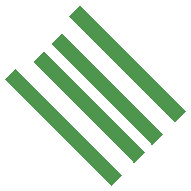
<source format=gbr>
G04 #@! TF.GenerationSoftware,KiCad,Pcbnew,(5.1.8)-1*
G04 #@! TF.CreationDate,2021-05-14T20:15:16-04:00*
G04 #@! TF.ProjectId,DogeKey2,446f6765-4b65-4793-922e-6b696361645f,1*
G04 #@! TF.SameCoordinates,Original*
G04 #@! TF.FileFunction,Paste,Top*
G04 #@! TF.FilePolarity,Positive*
%FSLAX46Y46*%
G04 Gerber Fmt 4.6, Leading zero omitted, Abs format (unit mm)*
G04 Created by KiCad (PCBNEW (5.1.8)-1) date 2021-05-14 20:15:16*
%MOMM*%
%LPD*%
G01*
G04 APERTURE LIST*
%ADD10C,0.152400*%
G04 APERTURE END LIST*
D10*
G36*
X115038816Y-53710197D02*
G01*
X106507573Y-45178954D01*
X107405598Y-44280929D01*
X115936841Y-52812172D01*
X115038816Y-53710197D01*
G37*
G36*
X113512172Y-55236841D02*
G01*
X104980929Y-46705598D01*
X105878954Y-45807573D01*
X114410197Y-54338816D01*
X113512172Y-55236841D01*
G37*
G36*
X116969570Y-51779443D02*
G01*
X107989314Y-42799187D01*
X108887340Y-41901161D01*
X117867596Y-50881417D01*
X116969570Y-51779443D01*
G37*
G36*
X111581417Y-57167596D02*
G01*
X102601161Y-48187340D01*
X103499187Y-47289314D01*
X112479443Y-56269570D01*
X111581417Y-57167596D01*
G37*
M02*

</source>
